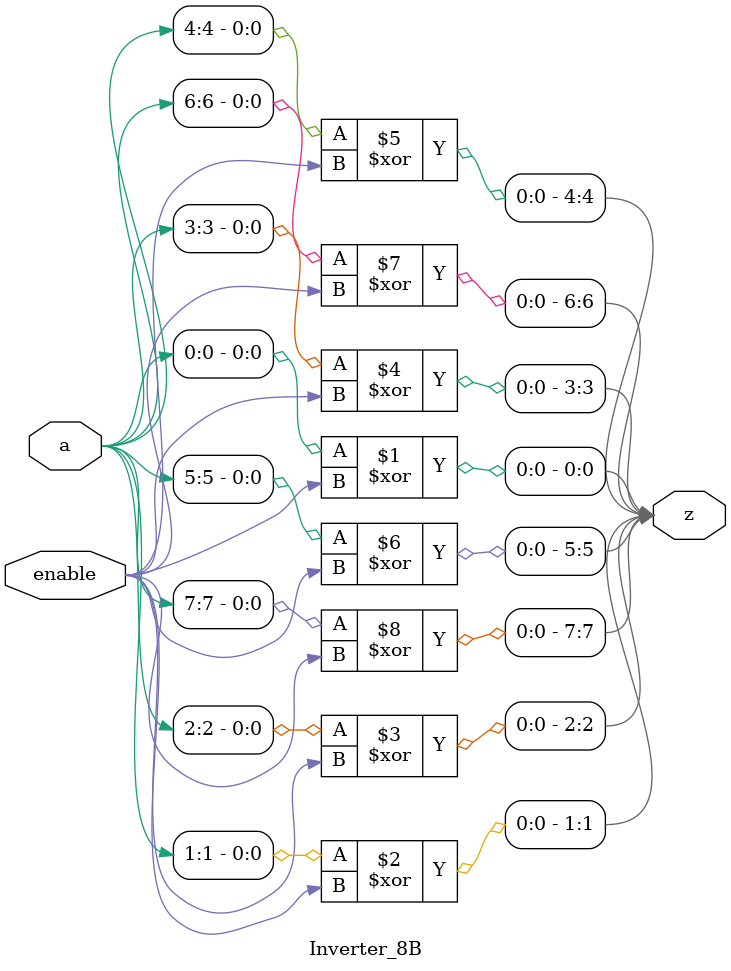
<source format=v>
module Inverter_8B (a, enable, z);
    input[7:0] a;
    input enable;
    output[7:0] z;

    xor x1(z[0], a[0], enable);
    xor x2(z[1], a[1], enable);
    xor x3(z[2], a[2], enable);
    xor x4(z[3], a[3], enable);
    xor x5(z[4], a[4], enable);
    xor x6(z[5], a[5], enable);
    xor x7(z[6], a[6], enable);
    xor x8(z[7], a[7], enable);
    
    
endmodule
</source>
